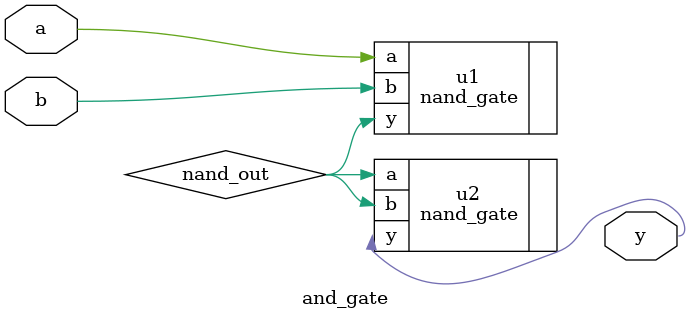
<source format=v>
`default_nettype none
module and_gate(
    input wire a,
    input wire b,
    output wire y
);
    wire nand_out;
    nand_gate u1 (.a(a), .b(b), .y(nand_out));
    nand_gate u2 (.a(nand_out), .b(nand_out), .y(y));
endmodule

</source>
